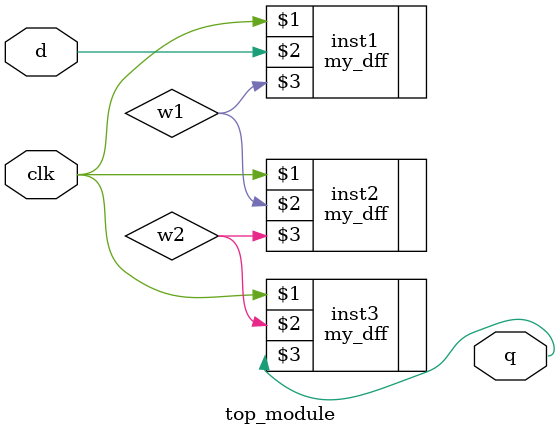
<source format=v>
module top_module ( input clk, input d, output q );
    wire w1, w2;
    my_dff inst1(clk, d, w1);
    my_dff inst2(clk, w1, w2);
    my_dff inst3(clk, w2, q);
endmodule

</source>
